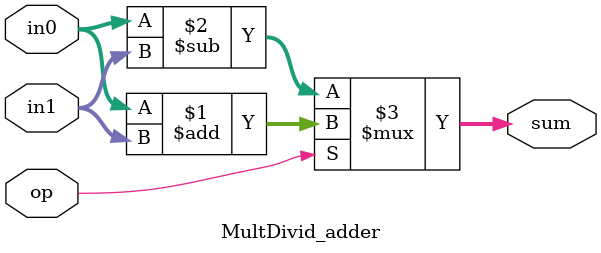
<source format=v>
module MultDivid_adder(in0,in1,sum, op);
//1 is adding
//0 is subtracting
	input [33:0] in0; //input value 1
	input [33:0] in1; //input value 2   		
	output [33:0] sum; //output value
	input op;

//Your code here
	assign sum = op? in0 + in1: in0 - in1 ;
endmodule

</source>
